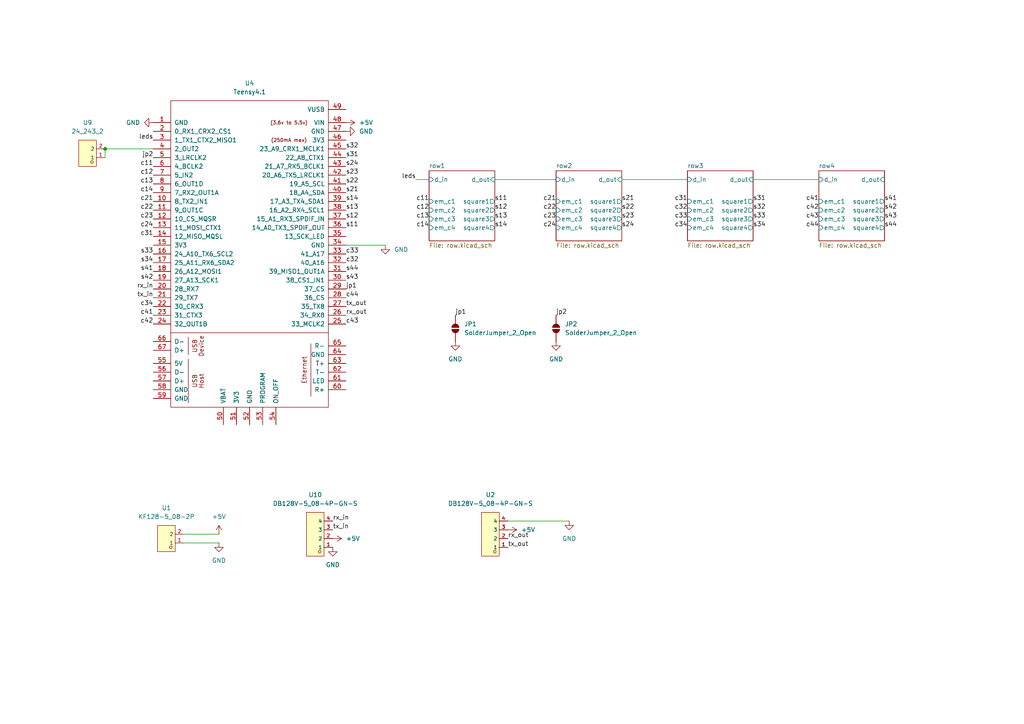
<source format=kicad_sch>
(kicad_sch (version 20231120) (generator "eeschema") (generator_version "8.0")
  (paper "A4")
  (lib_symbols
    (symbol "24_243_2:24_243_2"
      (property "Reference" "U" (at 0 1.27 0))
      (property "Value" "24_243_2" (at 0 -2.54 0))
      (symbol "24_243_2_0_1"
        (rectangle (start -2.54 3.81) (end 2.54 -3.81) (fill (type background)))
        (circle (center -1.27 2.54) (radius 0.381) (fill (type background)))
        (pin unspecified line (at -5.08 1.27 0) (length 2.54) (name "1") (number "1"))
        (pin unspecified line (at -5.08 -1.27 0) (length 2.54) (name "2") (number "2"))
      )
    )
    (symbol "DB128V-5_08-4P-GN-S:DB128V-5_08-4P-GN-S"
      (property "Reference" "U" (at 0 1.27 0))
      (property "Value" "DB128V-5_08-4P-GN-S" (at 0 -2.54 0))
      (symbol "DB128V-5_08-4P-GN-S_0_1"
        (rectangle (start -2.54 6.35) (end 2.54 -6.35) (fill (type background)))
        (circle (center -1.27 5.08) (radius 0.381) (fill (type background)))
        (pin unspecified line (at -5.08 3.81 0) (length 2.54) (name "1") (number "1"))
        (pin unspecified line (at -5.08 1.27 0) (length 2.54) (name "2") (number "2"))
        (pin unspecified line (at -5.08 -1.27 0) (length 2.54) (name "3") (number "3"))
        (pin unspecified line (at -5.08 -3.81 0) (length 2.54) (name "4") (number "4"))
      )
    )
    (symbol "Jumper:SolderJumper_2_Open" (pin_numbers hide) (pin_names (offset 0) hide) (exclude_from_sim yes) (in_bom no)
      (property "Reference" "JP" (at 0 2.032 0))
      (property "Value" "SolderJumper_2_Open" (at 0 -2.54 0))
      (symbol "SolderJumper_2_Open_0_1"
        (arc (start -0.254 1.016) (mid -1.2656 0) (end -0.254 -1.016))
        (arc (start -0.254 1.016) (mid -1.2656 0) (end -0.254 -1.016) (fill (type outline)))
        (polyline (pts (xy -0.254 1.016) (xy -0.254 -1.016)))
        (polyline (pts (xy 0.254 1.016) (xy 0.254 -1.016)))
        (arc (start 0.254 -1.016) (mid 1.2656 0) (end 0.254 1.016))
        (arc (start 0.254 -1.016) (mid 1.2656 0) (end 0.254 1.016) (fill (type outline)))
      )
      (symbol "SolderJumper_2_Open_1_1"
        (pin passive line (at -3.81 0 0) (length 2.54) (name "A") (number "1"))
        (pin passive line (at 3.81 0 180) (length 2.54) (name "B") (number "2"))
      )
    )
    (symbol "KF128-5_08-2P:KF128-5_08-2P"
      (property "Reference" "U" (at 0 1.27 0))
      (property "Value" "KF128-5_08-2P" (at 0 -2.54 0))
      (symbol "KF128-5_08-2P_0_1"
        (rectangle (start -2.54 3.81) (end 2.54 -3.81) (fill (type background)))
        (circle (center -1.27 2.54) (radius 0.381) (fill (type background)))
        (pin unspecified line (at -5.08 1.27 0) (length 2.54) (name "1") (number "1"))
        (pin unspecified line (at -5.08 -1.27 0) (length 2.54) (name "2") (number "2"))
      )
    )
    (symbol "power:+5V" (power) (pin_numbers hide) (pin_names (offset 0) hide)
      (property "Value" "+5V" (at 0 3.556 0))
      (symbol "+5V_0_1"
        (polyline (pts (xy -0.762 1.27) (xy 0 2.54)))
        (polyline (pts (xy 0 0) (xy 0 2.54)))
        (polyline (pts (xy 0 2.54) (xy 0.762 1.27)))
      )
      (symbol "+5V_1_1"
        (pin power_in line (at 0 0 90) (length 0) (name "~") (number "1"))
      )
    )
    (symbol "power:GND" (power) (pin_numbers hide) (pin_names (offset 0) hide)
      (property "Value" "GND" (at 0 -3.81 0))
      (symbol "GND_0_1"
        (polyline (pts (xy 0 0) (xy 0 -1.27) (xy 1.27 -1.27) (xy 0 -2.54) (xy -1.27 -1.27) (xy 0 -1.27)))
      )
      (symbol "GND_1_1"
        (pin power_in line (at 0 0 270) (length 0) (name "~") (number "1"))
      )
    )
    (symbol "teensy:Teensy4.1" (pin_names (offset 1.016))
      (property "Reference" "U" (at 0 64.77 0))
      (property "Value" "Teensy4.1" (at 0 62.23 0))
      (symbol "Teensy4.1_0_0"
        (polyline (pts (xy -22.86 -6.35) (xy 22.86 -6.35)))
        (polyline (pts (xy -17.78 -26.67) (xy -17.78 -13.97)))
        (polyline (pts (xy -17.78 -7.62) (xy -17.78 -12.7)))
        (polyline (pts (xy 17.78 -9.525) (xy 17.78 -24.765)))
        (text "(250mA max)" (at 11.43 49.53 0) (effects (font (size 1.016 1.016))))
        (text "(3.6v to 5.5v)" (at 11.43 54.61 0) (effects (font (size 1.016 1.016))))
        (text "Device" (at -13.97 -10.16 900) (effects (font (size 1.27 1.27))))
        (text "Ethernet" (at 15.875 -17.145 900) (effects (font (size 1.27 1.27))))
        (text "Host" (at -13.97 -20.32 900) (effects (font (size 1.27 1.27))))
        (text "USB" (at -15.875 -20.32 900) (effects (font (size 1.27 1.27))))
        (text "USB" (at -15.875 -10.16 900) (effects (font (size 1.27 1.27))))
        (pin bidirectional line (at -27.94 31.75 0) (length 5.08) (name "8_TX2_IN1") (number "10"))
        (pin bidirectional line (at -27.94 29.21 0) (length 5.08) (name "9_OUT1C") (number "11"))
        (pin bidirectional line (at -27.94 26.67 0) (length 5.08) (name "10_CS_MQSR") (number "12"))
        (pin bidirectional line (at -27.94 24.13 0) (length 5.08) (name "11_MOSI_CTX1") (number "13"))
        (pin bidirectional line (at -27.94 21.59 0) (length 5.08) (name "12_MISO_MQSL") (number "14"))
        (pin power_in line (at -27.94 19.05 0) (length 5.08) (name "3V3") (number "15"))
        (pin bidirectional line (at -27.94 16.51 0) (length 5.08) (name "24_A10_TX6_SCL2") (number "16"))
        (pin bidirectional line (at -27.94 13.97 0) (length 5.08) (name "25_A11_RX6_SDA2") (number "17"))
        (pin bidirectional line (at -27.94 11.43 0) (length 5.08) (name "26_A12_MOSI1") (number "18"))
        (pin bidirectional line (at -27.94 8.89 0) (length 5.08) (name "27_A13_SCK1") (number "19"))
        (pin bidirectional line (at -27.94 6.35 0) (length 5.08) (name "28_RX7") (number "20"))
        (pin bidirectional line (at -27.94 3.81 0) (length 5.08) (name "29_TX7") (number "21"))
        (pin bidirectional line (at -27.94 1.27 0) (length 5.08) (name "30_CRX3") (number "22"))
        (pin bidirectional line (at -27.94 -1.27 0) (length 5.08) (name "31_CTX3") (number "23"))
        (pin bidirectional line (at -27.94 -3.81 0) (length 5.08) (name "32_OUT1B") (number "24"))
        (pin bidirectional line (at 27.94 -3.81 180) (length 5.08) (name "33_MCLK2") (number "25"))
        (pin bidirectional line (at 27.94 -1.27 180) (length 5.08) (name "34_RX8") (number "26"))
        (pin bidirectional line (at 27.94 1.27 180) (length 5.08) (name "35_TX8") (number "27"))
        (pin bidirectional line (at 27.94 3.81 180) (length 5.08) (name "36_CS") (number "28"))
        (pin bidirectional line (at 27.94 6.35 180) (length 5.08) (name "37_CS") (number "29"))
        (pin bidirectional line (at 27.94 8.89 180) (length 5.08) (name "38_CS1_IN1") (number "30"))
        (pin bidirectional line (at 27.94 11.43 180) (length 5.08) (name "39_MISO1_OUT1A") (number "31"))
        (pin bidirectional line (at 27.94 13.97 180) (length 5.08) (name "40_A16") (number "32"))
        (pin bidirectional line (at 27.94 16.51 180) (length 5.08) (name "41_A17") (number "33"))
        (pin bidirectional line (at 27.94 21.59 180) (length 5.08) (name "13_SCK_LED") (number "35"))
        (pin bidirectional line (at 27.94 24.13 180) (length 5.08) (name "14_A0_TX3_SPDIF_OUT") (number "36"))
        (pin bidirectional line (at 27.94 26.67 180) (length 5.08) (name "15_A1_RX3_SPDIF_IN") (number "37"))
        (pin bidirectional line (at 27.94 29.21 180) (length 5.08) (name "16_A2_RX4_SCL1") (number "38"))
        (pin bidirectional line (at 27.94 31.75 180) (length 5.08) (name "17_A3_TX4_SDA1") (number "39"))
        (pin bidirectional line (at 27.94 34.29 180) (length 5.08) (name "18_A4_SDA") (number "40"))
        (pin bidirectional line (at 27.94 36.83 180) (length 5.08) (name "19_A5_SCL") (number "41"))
        (pin bidirectional line (at 27.94 39.37 180) (length 5.08) (name "20_A6_TX5_LRCLK1") (number "42"))
        (pin bidirectional line (at 27.94 41.91 180) (length 5.08) (name "21_A7_RX5_BCLK1") (number "43"))
        (pin bidirectional line (at 27.94 44.45 180) (length 5.08) (name "22_A8_CTX1") (number "44"))
        (pin bidirectional line (at 27.94 46.99 180) (length 5.08) (name "23_A9_CRX1_MCLK1") (number "45"))
        (pin output line (at 27.94 49.53 180) (length 5.08) (name "3V3") (number "46"))
        (pin output line (at 27.94 52.07 180) (length 5.08) (name "GND") (number "47"))
        (pin power_in line (at 27.94 54.61 180) (length 5.08) (name "VIN") (number "48"))
        (pin power_out line (at 27.94 58.42 180) (length 5.08) (name "VUSB") (number "49"))
        (pin bidirectional line (at -27.94 44.45 0) (length 5.08) (name "3_LRCLK2") (number "5"))
        (pin power_in line (at -7.62 -33.02 90) (length 5.08) (name "VBAT") (number "50"))
        (pin power_in line (at -3.81 -33.02 90) (length 5.08) (name "3V3") (number "51"))
        (pin input line (at 0 -33.02 90) (length 5.08) (name "GND") (number "52"))
        (pin input line (at 3.81 -33.02 90) (length 5.08) (name "PROGRAM") (number "53"))
        (pin input line (at 7.62 -33.02 90) (length 5.08) (name "ON_OFF") (number "54"))
        (pin power_out line (at -27.94 -15.24 0) (length 5.08) (name "5V") (number "55"))
        (pin bidirectional line (at -27.94 -17.78 0) (length 5.08) (name "D-") (number "56"))
        (pin bidirectional line (at -27.94 -20.32 0) (length 5.08) (name "D+") (number "57"))
        (pin power_in line (at -27.94 -22.86 0) (length 5.08) (name "GND") (number "58"))
        (pin power_in line (at -27.94 -25.4 0) (length 5.08) (name "GND") (number "59"))
        (pin bidirectional line (at -27.94 41.91 0) (length 5.08) (name "4_BCLK2") (number "6"))
        (pin bidirectional line (at 27.94 -22.86 180) (length 5.08) (name "R+") (number "60"))
        (pin bidirectional line (at 27.94 -20.32 180) (length 5.08) (name "LED") (number "61"))
        (pin bidirectional line (at 27.94 -17.78 180) (length 5.08) (name "T-") (number "62"))
        (pin bidirectional line (at 27.94 -15.24 180) (length 5.08) (name "T+") (number "63"))
        (pin power_in line (at 27.94 -12.7 180) (length 5.08) (name "GND") (number "64"))
        (pin bidirectional line (at 27.94 -10.16 180) (length 5.08) (name "R-") (number "65"))
        (pin bidirectional line (at -27.94 -8.89 0) (length 5.08) (name "D-") (number "66"))
        (pin bidirectional line (at -27.94 -11.43 0) (length 5.08) (name "D+") (number "67"))
        (pin bidirectional line (at -27.94 39.37 0) (length 5.08) (name "5_IN2") (number "7"))
        (pin bidirectional line (at -27.94 36.83 0) (length 5.08) (name "6_OUT1D") (number "8"))
        (pin bidirectional line (at -27.94 34.29 0) (length 5.08) (name "7_RX2_OUT1A") (number "9"))
      )
      (symbol "Teensy4.1_0_1"
        (rectangle (start -22.86 60.96) (end 22.86 -27.94))
        (rectangle (start -20.32 -1.27) (end -20.32 -1.27))
      )
      (symbol "Teensy4.1_1_1"
        (pin power_in line (at -27.94 54.61 0) (length 5.08) (name "GND") (number "1"))
        (pin bidirectional line (at -27.94 52.07 0) (length 5.08) (name "0_RX1_CRX2_CS1") (number "2"))
        (pin bidirectional line (at -27.94 49.53 0) (length 5.08) (name "1_TX1_CTX2_MISO1") (number "3"))
        (pin power_in line (at 27.94 19.05 180) (length 5.08) (name "GND") (number "34"))
        (pin bidirectional line (at -27.94 46.99 0) (length 5.08) (name "2_OUT2") (number "4"))
      )
    )
  )
  (junction (at 30.48 43.18))
  (wire (pts (xy 218.44 52.07) (xy 237.49 52.07)))
  (wire (pts (xy 30.48 43.18) (xy 44.45 43.18)))
  (wire (pts (xy 53.34 154.94) (xy 63.5 154.94)))
  (wire (pts (xy 111.76 71.12) (xy 100.33 71.12)))
  (wire (pts (xy 120.65 52.07) (xy 124.46 52.07)))
  (wire (pts (xy 30.48 43.18) (xy 30.48 45.72)))
  (wire (pts (xy 143.51 52.07) (xy 161.29 52.07)))
  (wire (pts (xy 53.34 157.48) (xy 63.5 157.48)))
  (wire (pts (xy 147.32 151.13) (xy 165.1 151.13)))
  (wire (pts (xy 180.34 52.07) (xy 199.39 52.07)))
  (label "jp2" (at 161.29 91.44 0))
  (label "rx_out" (at 147.32 156.21 0))
  (label "s24" (at 100.33 48.26 0))
  (label "s22" (at 100.33 53.34 0))
  (label "s34" (at 44.45 76.2 180))
  (label "tx_in" (at 96.52 153.67 0))
  (label "c12" (at 44.45 50.8 180))
  (label "s23" (at 180.34 63.5 0))
  (label "s41" (at 256.54 58.42 0))
  (label "s22" (at 180.34 60.96 0))
  (label "s33" (at 44.45 73.66 180))
  (label "c31" (at 199.39 58.42 180))
  (label "s44" (at 256.54 66.04 0))
  (label "s11" (at 100.33 66.04 0))
  (label "c32" (at 199.39 60.96 180))
  (label "c43" (at 237.49 63.5 180))
  (label "c22" (at 161.29 60.96 180))
  (label "c42" (at 44.45 93.98 180))
  (label "jp2" (at 44.45 45.72 180))
  (label "c31" (at 44.45 68.58 180))
  (label "c41" (at 44.45 91.44 180))
  (label "c14" (at 44.45 55.88 180))
  (label "s43" (at 256.54 63.5 0))
  (label "c34" (at 44.45 88.9 180))
  (label "s34" (at 218.44 66.04 0))
  (label "rx_in" (at 44.45 83.82 180))
  (label "leds" (at 120.65 52.07 180))
  (label "c24" (at 161.29 66.04 180))
  (label "c41" (at 237.49 58.42 180))
  (label "rx_out" (at 100.33 91.44 0))
  (label "c13" (at 44.45 53.34 180))
  (label "s12" (at 100.33 63.5 0))
  (label "s21" (at 100.33 55.88 0))
  (label "c14" (at 124.46 66.04 180))
  (label "c43" (at 100.33 93.98 0))
  (label "c11" (at 124.46 58.42 180))
  (label "s42" (at 256.54 60.96 0))
  (label "c12" (at 124.46 60.96 180))
  (label "s43" (at 100.33 81.28 0))
  (label "leds" (at 44.45 40.64 180))
  (label "s33" (at 218.44 63.5 0))
  (label "s31" (at 100.33 45.72 0))
  (label "c21" (at 44.45 58.42 180))
  (label "s14" (at 100.33 58.42 0))
  (label "c33" (at 199.39 63.5 180))
  (label "s13" (at 100.33 60.96 0))
  (label "s12" (at 143.51 60.96 0))
  (label "c34" (at 199.39 66.04 180))
  (label "jp1" (at 132.08 91.44 0))
  (label "c13" (at 124.46 63.5 180))
  (label "tx_out" (at 147.32 158.75 0))
  (label "s44" (at 100.33 78.74 0))
  (label "s32" (at 100.33 43.18 0))
  (label "s24" (at 180.34 66.04 0))
  (label "c22" (at 44.45 60.96 180))
  (label "c44" (at 237.49 66.04 180))
  (label "s23" (at 100.33 50.8 0))
  (label "s13" (at 143.51 63.5 0))
  (label "tx_out" (at 100.33 88.9 0))
  (label "c32" (at 100.33 76.2 0))
  (label "c21" (at 161.29 58.42 180))
  (label "s32" (at 218.44 60.96 0))
  (label "s31" (at 218.44 58.42 0))
  (label "c23" (at 44.45 63.5 180))
  (label "s41" (at 44.45 78.74 180))
  (label "c42" (at 237.49 60.96 180))
  (label "s42" (at 44.45 81.28 180))
  (label "c11" (at 44.45 48.26 180))
  (label "s21" (at 180.34 58.42 0))
  (label "s11" (at 143.51 58.42 0))
  (label "tx_in" (at 44.45 86.36 180))
  (label "c44" (at 100.33 86.36 0))
  (label "s14" (at 143.51 66.04 0))
  (label "c33" (at 100.33 73.66 0))
  (label "c23" (at 161.29 63.5 180))
  (label "jp1" (at 100.33 83.82 0))
  (label "rx_in" (at 96.52 151.13 0))
  (label "c24" (at 44.45 66.04 180))
  (symbol (lib_id "Jumper:SolderJumper_2_Open") (at 132.08 95.25 90) (unit 1) (exclude_from_sim yes) (in_bom no)
    (property "Reference" "JP1" (at 134.62 93.9799 90) (effects (justify right)))
    (property "Value" "SolderJumper_2_Open" (at 134.62 96.5199 90) (effects (justify right)))
    (property "Footprint" "Jumper:SolderJumper-2_P1.3mm_Open_Pad1.0x1.5mm" (effects (hide yes)))
    (property "Description" "Solder Jumper, 2-pole, open" (effects (hide yes)))
  )
  (symbol (lib_id "power:GND") (at 96.52 158.75 0) (unit 1)
    (property "Reference" "#PWR04" (effects (hide yes)))
    (property "Value" "GND" (at 96.52 163.83 0))
    (property "Description" "Power symbol creates a global label with name \"GND\" , ground" (effects (hide yes)))
  )
  (symbol (lib_id "power:+5V") (at 147.32 153.67 270) (unit 1)
    (property "Reference" "#PWR0314" (effects (hide yes)))
    (property "Value" "+5V" (at 151.13 153.6699 90) (effects (justify left)))
    (property "Description" "Power symbol creates a global label with name \"+5V\"" (effects (hide yes)))
  )
  (symbol (lib_id "power:+5V") (at 100.33 35.56 270) (unit 1)
    (property "Reference" "#PWR06" (effects (hide yes)))
    (property "Value" "+5V" (at 104.14 35.5599 90) (effects (justify left)))
    (property "Description" "Power symbol creates a global label with name \"+5V\"" (effects (hide yes)))
  )
  (symbol (lib_id "power:GND") (at 100.33 38.1 90) (unit 1)
    (property "Reference" "#PWR07" (effects (hide yes)))
    (property "Value" "GND" (at 104.14 38.0999 90) (effects (justify right)))
    (property "Description" "Power symbol creates a global label with name \"GND\" , ground" (effects (hide yes)))
  )
  (symbol (lib_id "power:GND") (at 63.5 157.48 0) (unit 1)
    (property "Reference" "#PWR03" (effects (hide yes)))
    (property "Value" "GND" (at 63.5 162.56 0))
    (property "Description" "Power symbol creates a global label with name \"GND\" , ground" (effects (hide yes)))
  )
  (symbol (lib_id "power:GND") (at 161.29 99.06 0) (unit 1)
    (property "Reference" "#PWR0316" (effects (hide yes)))
    (property "Value" "GND" (at 161.29 104.14 0))
    (property "Description" "Power symbol creates a global label with name \"GND\" , ground" (effects (hide yes)))
  )
  (symbol (lib_id "power:GND") (at 111.76 71.12 0) (unit 1)
    (property "Reference" "#PWR08" (effects (hide yes)))
    (property "Value" "GND" (at 114.3 72.3899 0) (effects (justify left)))
    (property "Description" "Power symbol creates a global label with name \"GND\" , ground" (effects (hide yes)))
  )
  (symbol (lib_id "power:GND") (at 132.08 99.06 0) (unit 1)
    (property "Reference" "#PWR0315" (effects (hide yes)))
    (property "Value" "GND" (at 132.08 104.14 0))
    (property "Description" "Power symbol creates a global label with name \"GND\" , ground" (effects (hide yes)))
  )
  (symbol (lib_id "KF128-5_08-2P:KF128-5_08-2P") (at 48.26 156.21 180) (unit 1)
    (property "Reference" "U1" (at 48.26 147.32 0))
    (property "Value" "KF128-5_08-2P" (at 48.26 149.86 0))
    (property "Footprint" "footprint:CONN-TH_P5.08_KF128-5.08-2P" (effects (hide yes)))
    (property "Datasheet" "https://item.szlcsc.com/481570.html" (effects (hide yes)))
    (property "LCSC" "C474952" (effects (hide yes)))
  )
  (symbol (lib_id "Jumper:SolderJumper_2_Open") (at 161.29 95.25 90) (unit 1) (exclude_from_sim yes) (in_bom no)
    (property "Reference" "JP2" (at 163.83 93.9799 90) (effects (justify right)))
    (property "Value" "SolderJumper_2_Open" (at 163.83 96.5199 90) (effects (justify right)))
    (property "Footprint" "Jumper:SolderJumper-2_P1.3mm_Open_Pad1.0x1.5mm" (effects (hide yes)))
    (property "Description" "Solder Jumper, 2-pole, open" (effects (hide yes)))
  )
  (symbol (lib_id "DB128V-5_08-4P-GN-S:DB128V-5_08-4P-GN-S") (at 91.44 154.94 180) (unit 1)
    (property "Reference" "U10" (at 91.44 143.51 0))
    (property "Value" "DB128V-5_08-4P-GN-S" (at 91.44 146.05 0))
    (property "Footprint" "footprint:CONN-TH_4P-P5.08_DIBO_DB128V-5.08" (effects (hide yes)))
    (property "Datasheet" "https://atta.szlcsc.com/upload/public/pdf/source/20211116/A787F5746A5FC39810745D8FDCF241F0.pdf" (effects (hide yes)))
    (property "LCSC" "C2915641" (effects (hide yes)))
  )
  (symbol (lib_id "teensy:Teensy4.1") (at 72.39 90.17 0) (unit 1)
    (property "Reference" "U4" (at 72.39 24.13 0))
    (property "Value" "Teensy4.1" (at 72.39 26.67 0))
    (property "Footprint" "teensy:Teensy41" (effects (hide yes)))
  )
  (symbol (lib_id "power:GND") (at 165.1 151.13 0) (unit 1)
    (property "Reference" "#PWR05" (effects (hide yes)))
    (property "Value" "GND" (at 165.1 156.21 0))
    (property "Description" "Power symbol creates a global label with name \"GND\" , ground" (effects (hide yes)))
  )
  (symbol (lib_id "power:+5V") (at 96.52 156.21 270) (unit 1)
    (property "Reference" "#PWR0313" (effects (hide yes)))
    (property "Value" "+5V" (at 100.33 156.2099 90) (effects (justify left)))
    (property "Description" "Power symbol creates a global label with name \"+5V\"" (effects (hide yes)))
  )
  (symbol (lib_id "DB128V-5_08-4P-GN-S:DB128V-5_08-4P-GN-S") (at 142.24 154.94 180) (unit 1)
    (property "Reference" "U2" (at 142.24 143.51 0))
    (property "Value" "DB128V-5_08-4P-GN-S" (at 142.24 146.05 0))
    (property "Footprint" "footprint:CONN-TH_4P-P5.08_DIBO_DB128V-5.08" (effects (hide yes)))
    (property "Datasheet" "https://atta.szlcsc.com/upload/public/pdf/source/20211116/A787F5746A5FC39810745D8FDCF241F0.pdf" (effects (hide yes)))
    (property "LCSC" "C2915641" (effects (hide yes)))
  )
  (symbol (lib_id "power:+5V") (at 63.5 154.94 0) (unit 1)
    (property "Reference" "#PWR02" (effects (hide yes)))
    (property "Value" "+5V" (at 63.5 149.86 0))
    (property "Description" "Power symbol creates a global label with name \"+5V\"" (effects (hide yes)))
  )
  (symbol (lib_id "24_243_2:24_243_2") (at 25.4 44.45 180) (unit 1)
    (property "Reference" "U9" (at 25.4 35.56 0))
    (property "Value" "24_243_2" (at 25.4 38.1 0))
    (property "Footprint" "footprint:CONN-TH_24.243.2" (effects (hide yes)))
    (property "Datasheet" "https://www.farnell.com/datasheets/2963540.pdf" (effects (hide yes)))
    (property "LCSC" "C7437322" (effects (hide yes)))
  )
  (symbol (lib_id "power:GND") (at 44.45 35.56 270) (unit 1)
    (property "Reference" "#PWR01" (effects (hide yes)))
    (property "Value" "GND" (at 40.64 35.5599 90) (effects (justify right)))
    (property "Description" "Power symbol creates a global label with name \"GND\" , ground" (effects (hide yes)))
  )
  (sheet (at 161.29 49.53) (size 19.05 20.32) (stroke (width 0.1524))
    (property "Sheetname" "row2" (at 161.29 48.8184 0) (effects (justify left bottom)))
    (property "Sheetfile" "row.kicad_sch" (at 161.29 70.4346 0) (effects (justify left top)))
    (pin "em_c1" input (at 161.29 58.42 180))
    (pin "d_out" input (at 180.34 52.07 0))
    (pin "em_c2" input (at 161.29 60.96 180))
    (pin "em_c3" input (at 161.29 63.5 180))
    (pin "d_in" input (at 161.29 52.07 180))
    (pin "em_c4" input (at 161.29 66.04 180))
    (pin "square3" output (at 180.34 63.5 0))
    (pin "square2" output (at 180.34 60.96 0))
    (pin "square4" output (at 180.34 66.04 0))
    (pin "square1" output (at 180.34 58.42 0))
  )
  (sheet (at 199.39 49.53) (size 19.05 20.32) (stroke (width 0.1524))
    (property "Sheetname" "row3" (at 199.39 48.8184 0) (effects (justify left bottom)))
    (property "Sheetfile" "row.kicad_sch" (at 199.39 70.4346 0) (effects (justify left top)))
    (pin "em_c1" input (at 199.39 58.42 180))
    (pin "d_out" input (at 218.44 52.07 0))
    (pin "em_c2" input (at 199.39 60.96 180))
    (pin "em_c3" input (at 199.39 63.5 180))
    (pin "d_in" input (at 199.39 52.07 180))
    (pin "em_c4" input (at 199.39 66.04 180))
    (pin "square3" output (at 218.44 63.5 0))
    (pin "square2" output (at 218.44 60.96 0))
    (pin "square4" output (at 218.44 66.04 0))
    (pin "square1" output (at 218.44 58.42 0))
  )
  (sheet (at 237.49 49.53) (size 19.05 20.32) (stroke (width 0.1524))
    (property "Sheetname" "row4" (at 237.49 48.8184 0) (effects (justify left bottom)))
    (property "Sheetfile" "row.kicad_sch" (at 237.49 70.4346 0) (effects (justify left top)))
    (pin "em_c1" input (at 237.49 58.42 180))
    (pin "d_out" input (at 256.54 52.07 0))
    (pin "em_c2" input (at 237.49 60.96 180))
    (pin "em_c3" input (at 237.49 63.5 180))
    (pin "d_in" input (at 237.49 52.07 180))
    (pin "em_c4" input (at 237.49 66.04 180))
    (pin "square3" output (at 256.54 63.5 0))
    (pin "square2" output (at 256.54 60.96 0))
    (pin "square4" output (at 256.54 66.04 0))
    (pin "square1" output (at 256.54 58.42 0))
  )
  (sheet (at 124.46 49.53) (size 19.05 20.32) (stroke (width 0.1524))
    (property "Sheetname" "row1" (at 124.46 48.8184 0) (effects (justify left bottom)))
    (property "Sheetfile" "row.kicad_sch" (at 124.46 70.4346 0) (effects (justify left top)))
    (pin "em_c1" input (at 124.46 58.42 180))
    (pin "d_out" input (at 143.51 52.07 0))
    (pin "em_c2" input (at 124.46 60.96 180))
    (pin "em_c3" input (at 124.46 63.5 180))
    (pin "d_in" input (at 124.46 52.07 180))
    (pin "em_c4" input (at 124.46 66.04 180))
    (pin "square3" output (at 143.51 63.5 0))
    (pin "square2" output (at 143.51 60.96 0))
    (pin "square4" output (at 143.51 66.04 0))
    (pin "square1" output (at 143.51 58.42 0))
  )
)
</source>
